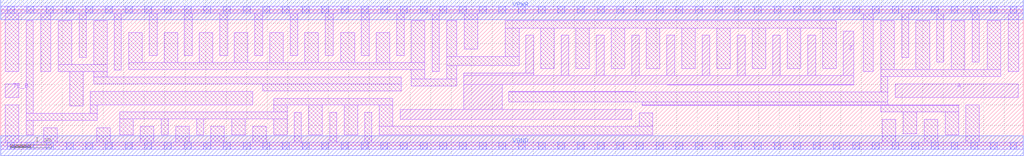
<source format=lef>
# Copyright 2020 The SkyWater PDK Authors
#
# Licensed under the Apache License, Version 2.0 (the "License");
# you may not use this file except in compliance with the License.
# You may obtain a copy of the License at
#
#     https://www.apache.org/licenses/LICENSE-2.0
#
# Unless required by applicable law or agreed to in writing, software
# distributed under the License is distributed on an "AS IS" BASIS,
# WITHOUT WARRANTIES OR CONDITIONS OF ANY KIND, either express or implied.
# See the License for the specific language governing permissions and
# limitations under the License.
#
# SPDX-License-Identifier: Apache-2.0

VERSION 5.5 ;
NAMESCASESENSITIVE ON ;
BUSBITCHARS "[]" ;
DIVIDERCHAR "/" ;
MACRO sky130_fd_sc_lp__busdriver2_20
  CLASS CORE ;
  SOURCE USER ;
  ORIGIN  0.000000  0.000000 ;
  SIZE  24.96000 BY  3.330000 ;
  SYMMETRY X Y ;
  SITE unit ;
  PIN A
    ANTENNAGATEAREA  2.016000 ;
    USE SIGNAL ;
    PORT
      LAYER li1 ;
        RECT 21.830000 1.180000 24.835000 1.515000 ;
    END
  END A
  PIN TE_B
    ANTENNAGATEAREA  0.630000 ;
    USE SIGNAL ;
    PORT
      LAYER li1 ;
        RECT 0.115000 1.180000 0.445000 1.515000 ;
    END
  END TE_B
  PIN Z
    ANTENNADIFFAREA  5.250200 ;
    USE SIGNAL ;
    PORT
      LAYER li1 ;
        RECT  9.750000 0.645000 15.400000 0.895000 ;
        RECT 11.305000 0.895000 12.235000 1.505000 ;
        RECT 11.305000 1.505000 20.820000 1.725000 ;
        RECT 11.305000 1.725000 13.010000 1.780000 ;
        RECT 12.820000 1.780000 13.010000 2.715000 ;
        RECT 13.680000 1.725000 13.870000 2.715000 ;
        RECT 14.540000 1.725000 14.730000 2.715000 ;
        RECT 15.400000 1.725000 15.590000 2.715000 ;
        RECT 16.260000 1.725000 16.450000 2.715000 ;
        RECT 16.270000 1.495000 20.820000 1.505000 ;
        RECT 17.120000 1.725000 17.310000 2.715000 ;
        RECT 17.980000 1.725000 18.170000 2.715000 ;
        RECT 18.840000 1.725000 19.030000 2.715000 ;
        RECT 19.700000 1.725000 19.890000 2.715000 ;
        RECT 20.570000 1.725000 20.820000 2.805000 ;
    END
  END Z
  PIN VGND
    DIRECTION INOUT ;
    USE GROUND ;
    PORT
      LAYER met1 ;
        RECT 0.000000 -0.245000 24.960000 0.245000 ;
    END
  END VGND
  PIN VPWR
    DIRECTION INOUT ;
    USE POWER ;
    PORT
      LAYER met1 ;
        RECT 0.000000 3.085000 24.960000 3.575000 ;
    END
  END VPWR
  OBS
    LAYER li1 ;
      RECT  0.000000 -0.085000 24.960000 0.085000 ;
      RECT  0.000000  3.245000 24.960000 3.415000 ;
      RECT  0.115000  0.085000  0.445000 1.000000 ;
      RECT  0.115000  1.815000  0.445000 3.245000 ;
      RECT  0.625000  0.265000  0.795000 0.625000 ;
      RECT  0.625000  0.625000  2.360000 0.795000 ;
      RECT  0.625000  0.795000  0.795000 3.065000 ;
      RECT  0.975000  1.815000  1.225000 3.245000 ;
      RECT  1.055000  0.085000  1.385000 0.445000 ;
      RECT  1.405000  1.815000  2.595000 1.985000 ;
      RECT  1.405000  1.985000  1.735000 3.065000 ;
      RECT  1.680000  0.975000  2.010000 1.815000 ;
      RECT  1.915000  2.165000  2.085000 3.245000 ;
      RECT  2.190000  0.795000  2.360000 1.005000 ;
      RECT  2.190000  1.005000  6.150000 1.335000 ;
      RECT  2.265000  1.515000  9.780000 1.685000 ;
      RECT  2.265000  1.685000  2.595000 1.815000 ;
      RECT  2.265000  1.985000  2.595000 3.065000 ;
      RECT  2.340000  0.085000  2.670000 0.445000 ;
      RECT  2.775000  1.855000  2.945000 3.245000 ;
      RECT  2.900000  0.265000  3.230000 0.655000 ;
      RECT  2.900000  0.655000  6.990000 0.825000 ;
      RECT  3.125000  1.865000 10.355000 2.035000 ;
      RECT  3.125000  2.035000  3.455000 2.765000 ;
      RECT  3.410000  0.085000  3.740000 0.475000 ;
      RECT  3.625000  2.205000  3.815000 3.245000 ;
      RECT  3.920000  0.265000  4.090000 0.655000 ;
      RECT  3.985000  2.035000  4.315000 2.765000 ;
      RECT  4.270000  0.085000  4.600000 0.475000 ;
      RECT  4.485000  2.205000  4.675000 3.245000 ;
      RECT  4.780000  0.265000  4.950000 0.655000 ;
      RECT  4.845000  2.035000  5.175000 2.765000 ;
      RECT  5.130000  0.085000  5.460000 0.475000 ;
      RECT  5.345000  2.205000  5.535000 3.245000 ;
      RECT  5.640000  0.265000  5.970000 0.655000 ;
      RECT  5.705000  2.035000  6.035000 2.765000 ;
      RECT  6.150000  0.085000  6.480000 0.475000 ;
      RECT  6.205000  2.205000  6.395000 3.245000 ;
      RECT  6.390000  1.345000  9.780000 1.515000 ;
      RECT  6.565000  2.035000  6.895000 2.765000 ;
      RECT  6.660000  0.265000  6.990000 0.655000 ;
      RECT  6.660000  0.825000  6.990000 0.995000 ;
      RECT  6.660000  0.995000  9.570000 1.165000 ;
      RECT  7.065000  2.205000  7.255000 3.245000 ;
      RECT  7.170000  0.085000  7.340000 0.815000 ;
      RECT  7.425000  2.035000  7.755000 2.765000 ;
      RECT  7.520000  0.265000  7.850000 0.995000 ;
      RECT  7.925000  2.205000  8.115000 3.245000 ;
      RECT  8.030000  0.085000  8.200000 0.815000 ;
      RECT  8.305000  2.035000  8.635000 2.765000 ;
      RECT  8.380000  0.265000  8.710000 0.995000 ;
      RECT  8.805000  2.205000  8.995000 3.245000 ;
      RECT  8.890000  0.085000  9.060000 0.815000 ;
      RECT  9.165000  2.035000  9.495000 2.765000 ;
      RECT  9.240000  0.265000 15.910000 0.475000 ;
      RECT  9.240000  0.475000  9.570000 0.995000 ;
      RECT  9.665000  2.205000  9.855000 3.245000 ;
      RECT 10.025000  1.465000 11.135000 1.635000 ;
      RECT 10.025000  1.635000 10.355000 1.865000 ;
      RECT 10.025000  2.035000 10.355000 3.065000 ;
      RECT 10.535000  1.815000 10.705000 3.245000 ;
      RECT 10.885000  1.635000 11.135000 1.960000 ;
      RECT 10.885000  1.960000 12.650000 2.185000 ;
      RECT 10.885000  2.185000 11.135000 3.065000 ;
      RECT 11.315000  2.365000 11.645000 3.245000 ;
      RECT 12.320000  2.185000 12.650000 2.885000 ;
      RECT 12.320000  2.885000 20.390000 3.065000 ;
      RECT 12.405000  1.075000 21.650000 1.315000 ;
      RECT 12.405000  1.315000 15.455000 1.325000 ;
      RECT 13.180000  1.895000 13.510000 2.885000 ;
      RECT 14.040000  1.895000 14.370000 2.885000 ;
      RECT 14.900000  1.895000 15.230000 2.885000 ;
      RECT 15.580000  0.475000 15.910000 0.805000 ;
      RECT 15.660000  0.985000 23.380000 1.000000 ;
      RECT 15.660000  1.000000 21.650000 1.075000 ;
      RECT 15.760000  1.895000 16.090000 2.885000 ;
      RECT 16.620000  1.895000 16.950000 2.885000 ;
      RECT 17.480000  1.895000 17.810000 2.885000 ;
      RECT 18.340000  1.895000 18.670000 2.885000 ;
      RECT 19.200000  1.895000 19.530000 2.885000 ;
      RECT 20.060000  1.895000 20.390000 2.885000 ;
      RECT 21.050000  1.815000 21.300000 3.245000 ;
      RECT 21.480000  0.830000 23.380000 0.985000 ;
      RECT 21.480000  1.315000 21.650000 1.695000 ;
      RECT 21.480000  1.695000 24.415000 1.865000 ;
      RECT 21.480000  1.865000 21.810000 3.065000 ;
      RECT 21.520000  0.085000 21.850000 0.650000 ;
      RECT 21.990000  2.165000 22.160000 3.245000 ;
      RECT 22.030000  0.295000 22.360000 0.830000 ;
      RECT 22.340000  1.865000 22.670000 3.065000 ;
      RECT 22.540000  0.085000 22.870000 0.650000 ;
      RECT 22.850000  2.045000 23.020000 3.245000 ;
      RECT 23.050000  0.265000 23.380000 0.830000 ;
      RECT 23.200000  1.865000 23.530000 3.065000 ;
      RECT 23.560000  0.085000 23.890000 1.000000 ;
      RECT 23.710000  2.045000 23.880000 3.245000 ;
      RECT 24.085000  1.865000 24.415000 3.065000 ;
      RECT 24.595000  1.815000 24.845000 3.245000 ;
    LAYER mcon ;
      RECT  0.155000 -0.085000  0.325000 0.085000 ;
      RECT  0.155000  3.245000  0.325000 3.415000 ;
      RECT  0.635000 -0.085000  0.805000 0.085000 ;
      RECT  0.635000  3.245000  0.805000 3.415000 ;
      RECT  1.115000 -0.085000  1.285000 0.085000 ;
      RECT  1.115000  3.245000  1.285000 3.415000 ;
      RECT  1.595000 -0.085000  1.765000 0.085000 ;
      RECT  1.595000  3.245000  1.765000 3.415000 ;
      RECT  2.075000 -0.085000  2.245000 0.085000 ;
      RECT  2.075000  3.245000  2.245000 3.415000 ;
      RECT  2.555000 -0.085000  2.725000 0.085000 ;
      RECT  2.555000  3.245000  2.725000 3.415000 ;
      RECT  3.035000 -0.085000  3.205000 0.085000 ;
      RECT  3.035000  3.245000  3.205000 3.415000 ;
      RECT  3.515000 -0.085000  3.685000 0.085000 ;
      RECT  3.515000  3.245000  3.685000 3.415000 ;
      RECT  3.995000 -0.085000  4.165000 0.085000 ;
      RECT  3.995000  3.245000  4.165000 3.415000 ;
      RECT  4.475000 -0.085000  4.645000 0.085000 ;
      RECT  4.475000  3.245000  4.645000 3.415000 ;
      RECT  4.955000 -0.085000  5.125000 0.085000 ;
      RECT  4.955000  3.245000  5.125000 3.415000 ;
      RECT  5.435000 -0.085000  5.605000 0.085000 ;
      RECT  5.435000  3.245000  5.605000 3.415000 ;
      RECT  5.915000 -0.085000  6.085000 0.085000 ;
      RECT  5.915000  3.245000  6.085000 3.415000 ;
      RECT  6.395000 -0.085000  6.565000 0.085000 ;
      RECT  6.395000  3.245000  6.565000 3.415000 ;
      RECT  6.875000 -0.085000  7.045000 0.085000 ;
      RECT  6.875000  3.245000  7.045000 3.415000 ;
      RECT  7.355000 -0.085000  7.525000 0.085000 ;
      RECT  7.355000  3.245000  7.525000 3.415000 ;
      RECT  7.835000 -0.085000  8.005000 0.085000 ;
      RECT  7.835000  3.245000  8.005000 3.415000 ;
      RECT  8.315000 -0.085000  8.485000 0.085000 ;
      RECT  8.315000  3.245000  8.485000 3.415000 ;
      RECT  8.795000 -0.085000  8.965000 0.085000 ;
      RECT  8.795000  3.245000  8.965000 3.415000 ;
      RECT  9.275000 -0.085000  9.445000 0.085000 ;
      RECT  9.275000  3.245000  9.445000 3.415000 ;
      RECT  9.755000 -0.085000  9.925000 0.085000 ;
      RECT  9.755000  3.245000  9.925000 3.415000 ;
      RECT 10.235000 -0.085000 10.405000 0.085000 ;
      RECT 10.235000  3.245000 10.405000 3.415000 ;
      RECT 10.715000 -0.085000 10.885000 0.085000 ;
      RECT 10.715000  3.245000 10.885000 3.415000 ;
      RECT 11.195000 -0.085000 11.365000 0.085000 ;
      RECT 11.195000  3.245000 11.365000 3.415000 ;
      RECT 11.675000 -0.085000 11.845000 0.085000 ;
      RECT 11.675000  3.245000 11.845000 3.415000 ;
      RECT 12.155000 -0.085000 12.325000 0.085000 ;
      RECT 12.155000  3.245000 12.325000 3.415000 ;
      RECT 12.635000 -0.085000 12.805000 0.085000 ;
      RECT 12.635000  3.245000 12.805000 3.415000 ;
      RECT 13.115000 -0.085000 13.285000 0.085000 ;
      RECT 13.115000  3.245000 13.285000 3.415000 ;
      RECT 13.595000 -0.085000 13.765000 0.085000 ;
      RECT 13.595000  3.245000 13.765000 3.415000 ;
      RECT 14.075000 -0.085000 14.245000 0.085000 ;
      RECT 14.075000  3.245000 14.245000 3.415000 ;
      RECT 14.555000 -0.085000 14.725000 0.085000 ;
      RECT 14.555000  3.245000 14.725000 3.415000 ;
      RECT 15.035000 -0.085000 15.205000 0.085000 ;
      RECT 15.035000  3.245000 15.205000 3.415000 ;
      RECT 15.515000 -0.085000 15.685000 0.085000 ;
      RECT 15.515000  3.245000 15.685000 3.415000 ;
      RECT 15.995000 -0.085000 16.165000 0.085000 ;
      RECT 15.995000  3.245000 16.165000 3.415000 ;
      RECT 16.475000 -0.085000 16.645000 0.085000 ;
      RECT 16.475000  3.245000 16.645000 3.415000 ;
      RECT 16.955000 -0.085000 17.125000 0.085000 ;
      RECT 16.955000  3.245000 17.125000 3.415000 ;
      RECT 17.435000 -0.085000 17.605000 0.085000 ;
      RECT 17.435000  3.245000 17.605000 3.415000 ;
      RECT 17.915000 -0.085000 18.085000 0.085000 ;
      RECT 17.915000  3.245000 18.085000 3.415000 ;
      RECT 18.395000 -0.085000 18.565000 0.085000 ;
      RECT 18.395000  3.245000 18.565000 3.415000 ;
      RECT 18.875000 -0.085000 19.045000 0.085000 ;
      RECT 18.875000  3.245000 19.045000 3.415000 ;
      RECT 19.355000 -0.085000 19.525000 0.085000 ;
      RECT 19.355000  3.245000 19.525000 3.415000 ;
      RECT 19.835000 -0.085000 20.005000 0.085000 ;
      RECT 19.835000  3.245000 20.005000 3.415000 ;
      RECT 20.315000 -0.085000 20.485000 0.085000 ;
      RECT 20.315000  3.245000 20.485000 3.415000 ;
      RECT 20.795000 -0.085000 20.965000 0.085000 ;
      RECT 20.795000  3.245000 20.965000 3.415000 ;
      RECT 21.275000 -0.085000 21.445000 0.085000 ;
      RECT 21.275000  3.245000 21.445000 3.415000 ;
      RECT 21.755000 -0.085000 21.925000 0.085000 ;
      RECT 21.755000  3.245000 21.925000 3.415000 ;
      RECT 22.235000 -0.085000 22.405000 0.085000 ;
      RECT 22.235000  3.245000 22.405000 3.415000 ;
      RECT 22.715000 -0.085000 22.885000 0.085000 ;
      RECT 22.715000  3.245000 22.885000 3.415000 ;
      RECT 23.195000 -0.085000 23.365000 0.085000 ;
      RECT 23.195000  3.245000 23.365000 3.415000 ;
      RECT 23.675000 -0.085000 23.845000 0.085000 ;
      RECT 23.675000  3.245000 23.845000 3.415000 ;
      RECT 24.155000 -0.085000 24.325000 0.085000 ;
      RECT 24.155000  3.245000 24.325000 3.415000 ;
      RECT 24.635000 -0.085000 24.805000 0.085000 ;
      RECT 24.635000  3.245000 24.805000 3.415000 ;
  END
END sky130_fd_sc_lp__busdriver2_20
END LIBRARY

</source>
